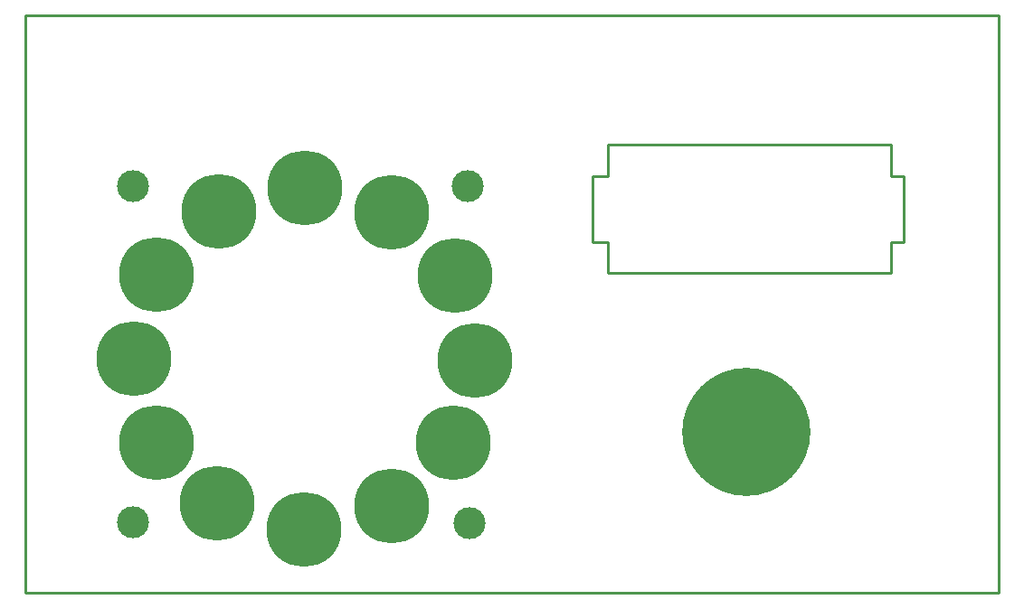
<source format=gbl>
%FSLAX42Y42*%
%MOMM*%
G71*
G01*
G75*
G04 Layer_Physical_Order=2*
%ADD10C,0.25*%
%ADD11C,7.00*%
%ADD12C,3.00*%
%ADD13C,12.00*%
D10*
X5067Y3518D02*
X14173D01*
Y8928D01*
X5067D02*
X14173D01*
X5067Y3518D02*
Y8928D01*
X13170Y7429D02*
Y7722D01*
Y7429D02*
X13284D01*
Y6807D02*
Y7429D01*
X13170Y6807D02*
X13284D01*
X13170Y6515D02*
Y6807D01*
X10516Y6515D02*
X13170D01*
X10516D02*
Y6807D01*
X10376D02*
X10516D01*
X10376D02*
Y7429D01*
X10516D01*
Y7722D01*
X13170D01*
D11*
X7683Y7315D02*
D03*
X6871Y7099D02*
D03*
X6287Y6502D02*
D03*
X6083Y5715D02*
D03*
X7671Y4115D02*
D03*
X6858Y4356D02*
D03*
X6287Y4928D02*
D03*
X9271Y5702D02*
D03*
X8496Y7087D02*
D03*
X9081Y6490D02*
D03*
X8496Y4331D02*
D03*
X9068Y4928D02*
D03*
D12*
X9207Y7328D02*
D03*
X9220Y4178D02*
D03*
X6071Y4179D02*
D03*
X6071Y7328D02*
D03*
D13*
X11811Y5029D02*
D03*
M02*

</source>
